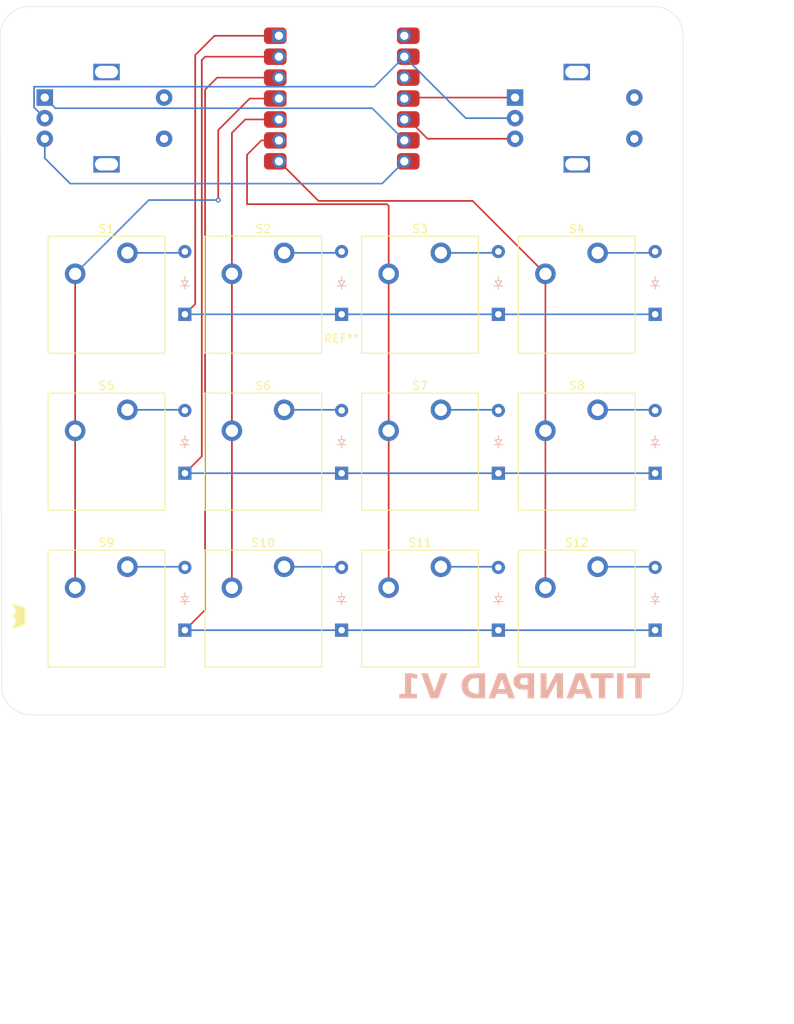
<source format=kicad_pcb>
(kicad_pcb (version 20240108) (generator "pcbnew") (generator_version "8.0")
  (layers (0 "F.Cu" signal) (31 "B.Cu" signal) (34 "B.Paste" user) (35 "F.Paste" user) (36 "B.SilkS" user "B.Silkscreen") (37 "F.SilkS" user "F.Silkscreen") (38 "B.Mask" user) (39 "F.Mask" user) (44 "Edge.Cuts" user))
  (net 0 "")
  (net 1 "Net-(D1-A)")
  (net 2 "Row 0")
  (net 3 "Net-(D2-A)")
  (net 4 "Net-(D3-A)")
  (net 5 "Net-(D4-A)")
  (net 6 "Net-(D5-A)")
  (net 7 "Row 1")
  (net 8 "Net-(D6-A)")
  (net 9 "Net-(D7-A)")
  (net 10 "Net-(D8-A)")
  (net 11 "Net-(D9-A)")
  (net 12 "Row 2")
  (net 13 "Net-(D10-A)")
  (net 14 "Net-(D11-A)")
  (net 15 "Net-(D12-A)")
  (net 16 "Column 0")
  (net 17 "Column 1")
  (net 18 "Column 2")
  (net 19 "Column 3")
  (net 20 "GND")
  (net 21 "Net-(U1-PA5_A9_D9_MISO)")
  (net 22 "Net-(U1-PA6_A10_D10_MOSI)")
  (net 23 "Net-(U1-PB09_A7_D7_RX)")
  (net 24 "Net-(U1-PA7_A8_D8_SCK)")
  (footprint "ScottoKeebs_MX:MX_PCB_1.00u" (layer "F.Cu") (at 111.91875 90.4875)
    (property "Reference" "S1" (at 0 -8 0) (layer "F.SilkS"))
    (property "Value" "Keyswitch")
    (fp_line (start -7.1 -7.1) (end -7.1 7.1) (stroke (width 0.12)) (layer "F.SilkS"))
    (fp_line (start -7.1 7.1) (end 7.1 7.1) (stroke (width 0.12)) (layer "F.SilkS"))
    (fp_line (start 7.1 -7.1) (end -7.1 -7.1) (stroke (width 0.12)) (layer "F.SilkS"))
    (fp_line (start 7.1 7.1) (end 7.1 -7.1) (stroke (width 0.12)) (layer "F.SilkS"))
    (pad "" np_thru_hole circle (at -5.08 0) (size 1.75 1.75) (drill 1.75) (layers "*.Cu" "*.Mask"))
    (pad "" np_thru_hole circle (at 0 0) (size 4 4) (drill 4) (layers "*.Cu" "*.Mask"))
    (pad "" np_thru_hole circle (at 5.08 0) (size 1.75 1.75) (drill 1.75) (layers "*.Cu" "*.Mask"))
    (pad "1" thru_hole circle (at -3.81 -2.54) (size 2.5 2.5) (drill 1.5) (layers "*.Cu" "*.Mask") (net 16 "Column 0"))
    (pad "2" thru_hole circle (at 2.54 -5.08) (size 2.5 2.5) (drill 1.5) (layers "*.Cu" "*.Mask") (net 1 "Net-(D1-A)"))
  )
  (footprint "ScottoKeebs_MX:MX_PCB_1.00u" (layer "F.Cu") (at 150.01875 109.5375)
    (property "Reference" "S7" (at 0 -8 0) (layer "F.SilkS"))
    (property "Value" "Keyswitch")
    (fp_line (start -7.1 -7.1) (end -7.1 7.1) (stroke (width 0.12)) (layer "F.SilkS"))
    (fp_line (start -7.1 7.1) (end 7.1 7.1) (stroke (width 0.12)) (layer "F.SilkS"))
    (fp_line (start 7.1 -7.1) (end -7.1 -7.1) (stroke (width 0.12)) (layer "F.SilkS"))
    (fp_line (start 7.1 7.1) (end 7.1 -7.1) (stroke (width 0.12)) (layer "F.SilkS"))
    (pad "" np_thru_hole circle (at -5.08 0) (size 1.75 1.75) (drill 1.75) (layers "*.Cu" "*.Mask"))
    (pad "" np_thru_hole circle (at 0 0) (size 4 4) (drill 4) (layers "*.Cu" "*.Mask"))
    (pad "" np_thru_hole circle (at 5.08 0) (size 1.75 1.75) (drill 1.75) (layers "*.Cu" "*.Mask"))
    (pad "1" thru_hole circle (at -3.81 -2.54) (size 2.5 2.5) (drill 1.5) (layers "*.Cu" "*.Mask") (net 18 "Column 2"))
    (pad "2" thru_hole circle (at 2.54 -5.08) (size 2.5 2.5) (drill 1.5) (layers "*.Cu" "*.Mask") (net 9 "Net-(D7-A)"))
  )
  (footprint "ScottoKeebs_MX:MX_PCB_1.00u" (layer "F.Cu") (at 169.06875 128.5875)
    (property "Reference" "S12" (at 0 -8 0) (layer "F.SilkS"))
    (property "Value" "Keyswitch")
    (fp_line (start -7.1 -7.1) (end -7.1 7.1) (stroke (width 0.12)) (layer "F.SilkS"))
    (fp_line (start -7.1 7.1) (end 7.1 7.1) (stroke (width 0.12)) (layer "F.SilkS"))
    (fp_line (start 7.1 -7.1) (end -7.1 -7.1) (stroke (width 0.12)) (layer "F.SilkS"))
    (fp_line (start 7.1 7.1) (end 7.1 -7.1) (stroke (width 0.12)) (layer "F.SilkS"))
    (pad "" np_thru_hole circle (at -5.08 0) (size 1.75 1.75) (drill 1.75) (layers "*.Cu" "*.Mask"))
    (pad "" np_thru_hole circle (at 0 0) (size 4 4) (drill 4) (layers "*.Cu" "*.Mask"))
    (pad "" np_thru_hole circle (at 5.08 0) (size 1.75 1.75) (drill 1.75) (layers "*.Cu" "*.Mask"))
    (pad "1" thru_hole circle (at -3.81 -2.54) (size 2.5 2.5) (drill 1.5) (layers "*.Cu" "*.Mask") (net 19 "Column 3"))
    (pad "2" thru_hole circle (at 2.54 -5.08) (size 2.5 2.5) (drill 1.5) (layers "*.Cu" "*.Mask") (net 15 "Net-(D12-A)"))
  )
  (footprint "ScottoKeebs_Scotto:Encoder_EC11_MX" (layer "F.Cu") (at 169.06875 69.05625)
    (property "Reference" "SW1" (hide yes))
    (property "Value" "RotaryEncoder" (hide yes))
    (pad "A" thru_hole rect (at -7.5 -2.5) (size 2 2) (drill 1) (layers "*.Cu" "*.Mask") (net 22 "Net-(U1-PA6_A10_D10_MOSI)"))
    (pad "B" thru_hole circle (at -7.5 2.5) (size 2 2) (drill 1) (layers "*.Cu" "*.Mask") (net 21 "Net-(U1-PA5_A9_D9_MISO)"))
    (pad "C" thru_hole circle (at -7.5 0) (size 2 2) (drill 1) (layers "*.Cu" "*.Mask") (net 20 "GND"))
    (pad "MP" thru_hole rect (at 0 -5.6) (size 3.2 2) (drill oval 2.8 1.5) (layers "*.Cu" "*.Mask"))
    (pad "MP" thru_hole rect (at 0 5.6) (size 3.2 2) (drill oval 2.8 1.5) (layers "*.Cu" "*.Mask"))
    (pad "S1" thru_hole circle (at 7 2.5) (size 2 2) (drill 1) (layers "*.Cu" "*.Mask"))
    (pad "S2" thru_hole circle (at 7 -2.5) (size 2 2) (drill 1) (layers "*.Cu" "*.Mask"))
  )
  (footprint "ScottoKeebs_MX:MX_PCB_1.00u" (layer "F.Cu") (at 169.06875 109.5375)
    (property "Reference" "S8" (at 0 -8 0) (layer "F.SilkS"))
    (property "Value" "Keyswitch")
    (fp_line (start -7.1 -7.1) (end -7.1 7.1) (stroke (width 0.12)) (layer "F.SilkS"))
    (fp_line (start -7.1 7.1) (end 7.1 7.1) (stroke (width 0.12)) (layer "F.SilkS"))
    (fp_line (start 7.1 -7.1) (end -7.1 -7.1) (stroke (width 0.12)) (layer "F.SilkS"))
    (fp_line (start 7.1 7.1) (end 7.1 -7.1) (stroke (width 0.12)) (layer "F.SilkS"))
    (pad "" np_thru_hole circle (at -5.08 0) (size 1.75 1.75) (drill 1.75) (layers "*.Cu" "*.Mask"))
    (pad "" np_thru_hole circle (at 0 0) (size 4 4) (drill 4) (layers "*.Cu" "*.Mask"))
    (pad "" np_thru_hole circle (at 5.08 0) (size 1.75 1.75) (drill 1.75) (layers "*.Cu" "*.Mask"))
    (pad "1" thru_hole circle (at -3.81 -2.54) (size 2.5 2.5) (drill 1.5) (layers "*.Cu" "*.Mask") (net 19 "Column 3"))
    (pad "2" thru_hole circle (at 2.54 -5.08) (size 2.5 2.5) (drill 1.5) (layers "*.Cu" "*.Mask") (net 10 "Net-(D8-A)"))
  )
  (footprint "ScottoKeebs_MX:MX_PCB_1.00u" (layer "F.Cu") (at 150.01875 128.5875)
    (property "Reference" "S11" (at 0 -8 0) (layer "F.SilkS"))
    (property "Value" "Keyswitch")
    (fp_line (start -7.1 -7.1) (end -7.1 7.1) (stroke (width 0.12)) (layer "F.SilkS"))
    (fp_line (start -7.1 7.1) (end 7.1 7.1) (stroke (width 0.12)) (layer "F.SilkS"))
    (fp_line (start 7.1 -7.1) (end -7.1 -7.1) (stroke (width 0.12)) (layer "F.SilkS"))
    (fp_line (start 7.1 7.1) (end 7.1 -7.1) (stroke (width 0.12)) (layer "F.SilkS"))
    (pad "" np_thru_hole circle (at -5.08 0) (size 1.75 1.75) (drill 1.75) (layers "*.Cu" "*.Mask"))
    (pad "" np_thru_hole circle (at 0 0) (size 4 4) (drill 4) (layers "*.Cu" "*.Mask"))
    (pad "" np_thru_hole circle (at 5.08 0) (size 1.75 1.75) (drill 1.75) (layers "*.Cu" "*.Mask"))
    (pad "1" thru_hole circle (at -3.81 -2.54) (size 2.5 2.5) (drill 1.5) (layers "*.Cu" "*.Mask") (net 18 "Column 2"))
    (pad "2" thru_hole circle (at 2.54 -5.08) (size 2.5 2.5) (drill 1.5) (layers "*.Cu" "*.Mask") (net 14 "Net-(D11-A)"))
  )
  (footprint "ScottoKeebs_MX:MX_PCB_1.00u" (layer "F.Cu") (at 150.01875 90.4875)
    (property "Reference" "S3" (at 0 -8 0) (layer "F.SilkS"))
    (property "Value" "Keyswitch")
    (fp_line (start -7.1 -7.1) (end -7.1 7.1) (stroke (width 0.12)) (layer "F.SilkS"))
    (fp_line (start -7.1 7.1) (end 7.1 7.1) (stroke (width 0.12)) (layer "F.SilkS"))
    (fp_line (start 7.1 -7.1) (end -7.1 -7.1) (stroke (width 0.12)) (layer "F.SilkS"))
    (fp_line (start 7.1 7.1) (end 7.1 -7.1) (stroke (width 0.12)) (layer "F.SilkS"))
    (pad "" np_thru_hole circle (at -5.08 0) (size 1.75 1.75) (drill 1.75) (layers "*.Cu" "*.Mask"))
    (pad "" np_thru_hole circle (at 0 0) (size 4 4) (drill 4) (layers "*.Cu" "*.Mask"))
    (pad "" np_thru_hole circle (at 5.08 0) (size 1.75 1.75) (drill 1.75) (layers "*.Cu" "*.Mask"))
    (pad "1" thru_hole circle (at -3.81 -2.54) (size 2.5 2.5) (drill 1.5) (layers "*.Cu" "*.Mask") (net 18 "Column 2"))
    (pad "2" thru_hole circle (at 2.54 -5.08) (size 2.5 2.5) (drill 1.5) (layers "*.Cu" "*.Mask") (net 4 "Net-(D3-A)"))
  )
  (footprint "ScottoKeebs_MX:MX_PCB_1.00u" (layer "F.Cu") (at 130.96875 90.4875)
    (property "Reference" "S2" (at 0 -8 0) (layer "F.SilkS"))
    (property "Value" "Keyswitch")
    (fp_line (start -7.1 -7.1) (end -7.1 7.1) (stroke (width 0.12)) (layer "F.SilkS"))
    (fp_line (start -7.1 7.1) (end 7.1 7.1) (stroke (width 0.12)) (layer "F.SilkS"))
    (fp_line (start 7.1 -7.1) (end -7.1 -7.1) (stroke (width 0.12)) (layer "F.SilkS"))
    (fp_line (start 7.1 7.1) (end 7.1 -7.1) (stroke (width 0.12)) (layer "F.SilkS"))
    (pad "" np_thru_hole circle (at -5.08 0) (size 1.75 1.75) (drill 1.75) (layers "*.Cu" "*.Mask"))
    (pad "" np_thru_hole circle (at 0 0) (size 4 4) (drill 4) (layers "*.Cu" "*.Mask"))
    (pad "" np_thru_hole circle (at 5.08 0) (size 1.75 1.75) (drill 1.75) (layers "*.Cu" "*.Mask"))
    (pad "1" thru_hole circle (at -3.81 -2.54) (size 2.5 2.5) (drill 1.5) (layers "*.Cu" "*.Mask") (net 17 "Column 1"))
    (pad "2" thru_hole circle (at 2.54 -5.08) (size 2.5 2.5) (drill 1.5) (layers "*.Cu" "*.Mask") (net 3 "Net-(D2-A)"))
  )
  (footprint "MountingHole:MountingHole_3.2mm_M3" (layer "F.Cu") (at 140.5 100)
    (property "Reference" "REF**" (at 0 -4.2 0) (layer "F.SilkS"))
    (property "Value" "MountingHole_3.2mm_M3")
    (pad "" np_thru_hole circle (at 0 0) (size 3.2 3.2) (drill 3.2) (layers "*.Cu" "*.Mask"))
  )
  (footprint "ScottoKeebs_MX:MX_PCB_1.00u" (layer "F.Cu") (at 130.96875 128.5875)
    (property "Reference" "S10" (at 0 -8 0) (layer "F.SilkS"))
    (property "Value" "Keyswitch")
    (fp_line (start -7.1 -7.1) (end -7.1 7.1) (stroke (width 0.12)) (layer "F.SilkS"))
    (fp_line (start -7.1 7.1) (end 7.1 7.1) (stroke (width 0.12)) (layer "F.SilkS"))
    (fp_line (start 7.1 -7.1) (end -7.1 -7.1) (stroke (width 0.12)) (layer "F.SilkS"))
    (fp_line (start 7.1 7.1) (end 7.1 -7.1) (stroke (width 0.12)) (layer "F.SilkS"))
    (pad "" np_thru_hole circle (at -5.08 0) (size 1.75 1.75) (drill 1.75) (layers "*.Cu" "*.Mask"))
    (pad "" np_thru_hole circle (at 0 0) (size 4 4) (drill 4) (layers "*.Cu" "*.Mask"))
    (pad "" np_thru_hole circle (at 5.08 0) (size 1.75 1.75) (drill 1.75) (layers "*.Cu" "*.Mask"))
    (pad "1" thru_hole circle (at -3.81 -2.54) (size 2.5 2.5) (drill 1.5) (layers "*.Cu" "*.Mask") (net 17 "Column 1"))
    (pad "2" thru_hole circle (at 2.54 -5.08) (size 2.5 2.5) (drill 1.5) (layers "*.Cu" "*.Mask") (net 13 "Net-(D10-A)"))
  )
  (footprint "ScottoKeebs_MX:MX_PCB_1.00u" (layer "F.Cu") (at 130.96875 109.5375)
    (property "Reference" "S6" (at 0 -8 0) (layer "F.SilkS"))
    (property "Value" "Keyswitch")
    (fp_line (start -7.1 -7.1) (end -7.1 7.1) (stroke (width 0.12)) (layer "F.SilkS"))
    (fp_line (start -7.1 7.1) (end 7.1 7.1) (stroke (width 0.12)) (layer "F.SilkS"))
    (fp_line (start 7.1 -7.1) (end -7.1 -7.1) (stroke (width 0.12)) (layer "F.SilkS"))
    (fp_line (start 7.1 7.1) (end 7.1 -7.1) (stroke (width 0.12)) (layer "F.SilkS"))
    (pad "" np_thru_hole circle (at -5.08 0) (size 1.75 1.75) (drill 1.75) (layers "*.Cu" "*.Mask"))
    (pad "" np_thru_hole circle (at 0 0) (size 4 4) (drill 4) (layers "*.Cu" "*.Mask"))
    (pad "" np_thru_hole circle (at 5.08 0) (size 1.75 1.75) (drill 1.75) (layers "*.Cu" "*.Mask"))
    (pad "1" thru_hole circle (at -3.81 -2.54) (size 2.5 2.5) (drill 1.5) (layers "*.Cu" "*.Mask") (net 17 "Column 1"))
    (pad "2" thru_hole circle (at 2.54 -5.08) (size 2.5 2.5) (drill 1.5) (layers "*.Cu" "*.Mask") (net 8 "Net-(D6-A)"))
  )
  (footprint "ScottoKeebs_MCU:Seeed_XIAO_RP2040" (layer "F.Cu") (at 140.49375 66.675)
    (property "Reference" "U1" (hide yes))
    (property "Value" "MCU_Seeed_XIAO_RP2040")
    (pad "1" smd roundrect (at -8.065 -7.62) (size 2.75 2) (layers "F.Cu" "F.Paste" "F.Mask") (net 2 "Row 0"))
    (pad "1" thru_hole rect (at -7.62 -7.62 90) (size 1.6 1.6) (drill 1) (layers "*.Cu" "*.Mask") (net 2 "Row 0"))
    (pad "2" smd roundrect (at -8.065 -5.08) (size 2.75 2) (layers "F.Cu" "F.Paste" "F.Mask") (net 7 "Row 1"))
    (pad "2" thru_hole circle (at -7.62 -5.08 90) (size 1.6 1.6) (drill 1) (layers "*.Cu" "*.Mask") (net 7 "Row 1"))
    (pad "3" smd roundrect (at -8.065 -2.54) (size 2.75 2) (layers "F.Cu" "F.Paste" "F.Mask") (net 12 "Row 2"))
    (pad "3" thru_hole circle (at -7.62 -2.54 90) (size 1.6 1.6) (drill 1) (layers "*.Cu" "*.Mask") (net 12 "Row 2"))
    (pad "4" smd roundrect (at -8.065 0) (size 2.75 2) (layers "F.Cu" "F.Paste" "F.Mask") (net 16 "Column 0"))
    (pad "4" thru_hole circle (at -7.62 0 90) (size 1.6 1.6) (drill 1) (layers "*.Cu" "*.Mask") (net 16 "Column 0"))
    (pad "5" smd roundrect (at -8.065 2.54) (size 2.75 2) (layers "F.Cu" "F.Paste" "F.Mask") (net 17 "Column 1"))
    (pad "5" thru_hole circle (at -7.62 2.54 90) (size 1.6 1.6) (drill 1) (layers "*.Cu" "*.Mask") (net 17 "Column 1"))
    (pad "6" smd roundrect (at -8.065 5.08) (size 2.75 2) (layers "F.Cu" "F.Paste" "F.Mask") (net 18 "Column 2"))
    (pad "6" thru_hole circle (at -7.62 5.08 90) (size 1.6 1.6) (drill 1) (layers "*.Cu" "*.Mask") (net 18 "Column 2"))
    (pad "7" smd roundrect (at -8.065 7.62) (size 2.75 2) (layers "F.Cu" "F.Paste" "F.Mask") (net 19 "Column 3"))
    (pad "7" thru_hole circle (at -7.62 7.62 90) (size 1.6 1.6) (drill 1) (layers "*.Cu" "*.Mask") (net 19 "Column 3"))
    (pad "8" thru_hole circle (at 7.62 7.62 90) (size 1.6 1.6) (drill 1) (layers "*.Cu" "*.Mask") (net 23 "Net-(U1-PB09_A7_D7_RX)"))
    (pad "8" smd roundrect (at 8.1 7.62) (size 2.75 2) (layers "F.Cu" "F.Paste" "F.Mask") (net 23 "Net-(U1-PB09_A7_D7_RX)"))
    (pad "9" thru_hole circle (at 7.62 5.08 90) (size 1.6 1.6) (drill 1) (layers "*.Cu" "*.Mask") (net 24 "Net-(U1-PA7_A8_D8_SCK)"))
    (pad "9" smd roundrect (at 8.1 5.08) (size 2.75 2) (layers "F.Cu" "F.Paste" "F.Mask") (net 24 "Net-(U1-PA7_A8_D8_SCK)"))
    (pad "10" thru_hole circle (at 7.62 2.54 90) (size 1.6 1.6) (drill 1) (layers "*.Cu" "*.Mask") (net 21 "Net-(U1-PA5_A9_D9_MISO)"))
    (pad "10" smd roundrect (at 8.1 2.54) (size 2.75 2) (layers "F.Cu" "F.Paste" "F.Mask") (net 21 "Net-(U1-PA5_A9_D9_MISO)"))
    (pad "11" thru_hole circle (at 7.62 0 90) (size 1.6 1.6) (drill 1) (layers "*.Cu" "*.Mask") (net 22 "Net-(U1-PA6_A10_D10_MOSI)"))
    (pad "11" smd roundrect (at 8.1 0) (size 2.75 2) (layers "F.Cu" "F.Paste" "F.Mask") (net 22 "Net-(U1-PA6_A10_D10_MOSI)"))
    (pad "12" thru_hole circle (at 7.62 -2.54 90) (size 1.6 1.6) (drill 1) (layers "*.Cu" "*.Mask"))
    (pad "12" smd roundrect (at 8.1 -2.54) (size 2.75 2) (layers "F.Cu" "F.Paste" "F.Mask"))
    (pad "13" thru_hole circle (at 7.62 -5.08 90) (size 1.6 1.6) (drill 1) (layers "*.Cu" "*.Mask") (net 20 "GND"))
    (pad "13" smd roundrect (at 8.1 -5.08) (size 2.75 2) (layers "F.Cu" "F.Paste" "F.Mask") (net 20 "GND"))
    (pad "14" thru_hole circle (at 7.62 -7.62 90) (size 1.6 1.6) (drill 1) (layers "*.Cu" "*.Mask"))
    (pad "14" smd roundrect (at 8.1 -7.62) (size 2.75 2) (layers "F.Cu" "F.Paste" "F.Mask"))
  )
  (footprint "ScottoKeebs_MX:MX_PCB_1.00u" (layer "F.Cu") (at 169.06875 90.4875)
    (property "Reference" "S4" (at 0 -8 0) (layer "F.SilkS"))
    (property "Value" "Keyswitch")
    (fp_line (start -7.1 -7.1) (end -7.1 7.1) (stroke (width 0.12)) (layer "F.SilkS"))
    (fp_line (start -7.1 7.1) (end 7.1 7.1) (stroke (width 0.12)) (layer "F.SilkS"))
    (fp_line (start 7.1 -7.1) (end -7.1 -7.1) (stroke (width 0.12)) (layer "F.SilkS"))
    (fp_line (start 7.1 7.1) (end 7.1 -7.1) (stroke (width 0.12)) (layer "F.SilkS"))
    (pad "" np_thru_hole circle (at -5.08 0) (size 1.75 1.75) (drill 1.75) (layers "*.Cu" "*.Mask"))
    (pad "" np_thru_hole circle (at 0 0) (size 4 4) (drill 4) (layers "*.Cu" "*.Mask"))
    (pad "" np_thru_hole circle (at 5.08 0) (size 1.75 1.75) (drill 1.75) (layers "*.Cu" "*.Mask"))
    (pad "1" thru_hole circle (at -3.81 -2.54) (size 2.5 2.5) (drill 1.5) (layers "*.Cu" "*.Mask") (net 19 "Column 3"))
    (pad "2" thru_hole circle (at 2.54 -5.08) (size 2.5 2.5) (drill 1.5) (layers "*.Cu" "*.Mask") (net 5 "Net-(D4-A)"))
  )
  (footprint "ScottoKeebs_MX:MX_PCB_1.00u" (layer "F.Cu") (at 111.91875 109.5375)
    (property "Reference" "S5" (at 0 -8 0) (layer "F.SilkS"))
    (property "Value" "Keyswitch")
    (fp_line (start -7.1 -7.1) (end -7.1 7.1) (stroke (width 0.12)) (layer "F.SilkS"))
    (fp_line (start -7.1 7.1) (end 7.1 7.1) (stroke (width 0.12)) (layer "F.SilkS"))
    (fp_line (start 7.1 -7.1) (end -7.1 -7.1) (stroke (width 0.12)) (layer "F.SilkS"))
    (fp_line (start 7.1 7.1) (end 7.1 -7.1) (stroke (width 0.12)) (layer "F.SilkS"))
    (pad "" np_thru_hole circle (at -5.08 0) (size 1.75 1.75) (drill 1.75) (layers "*.Cu" "*.Mask"))
    (pad "" np_thru_hole circle (at 0 0) (size 4 4) (drill 4) (layers "*.Cu" "*.Mask"))
    (pad "" np_thru_hole circle (at 5.08 0) (size 1.75 1.75) (drill 1.75) (layers "*.Cu" "*.Mask"))
    (pad "1" thru_hole circle (at -3.81 -2.54) (size 2.5 2.5) (drill 1.5) (layers "*.Cu" "*.Mask") (net 16 "Column 0"))
    (pad "2" thru_hole circle (at 2.54 -5.08) (size 2.5 2.5) (drill 1.5) (layers "*.Cu" "*.Mask") (net 6 "Net-(D5-A)"))
  )
  (footprint "ScottoKeebs_MX:MX_PCB_1.00u" (layer "F.Cu") (at 111.91875 128.5875)
    (property "Reference" "S9" (at 0 -8 0) (layer "F.SilkS"))
    (property "Value" "Keyswitch")
    (fp_line (start -7.1 -7.1) (end -7.1 7.1) (stroke (width 0.12)) (layer "F.SilkS"))
    (fp_line (start -7.1 7.1) (end 7.1 7.1) (stroke (width 0.12)) (layer "F.SilkS"))
    (fp_line (start 7.1 -7.1) (end -7.1 -7.1) (stroke (width 0.12)) (layer "F.SilkS"))
    (fp_line (start 7.1 7.1) (end 7.1 -7.1) (stroke (width 0.12)) (layer "F.SilkS"))
    (pad "" np_thru_hole circle (at -5.08 0) (size 1.75 1.75) (drill 1.75) (layers "*.Cu" "*.Mask"))
    (pad "" np_thru_hole circle (at 0 0) (size 4 4) (drill 4) (layers "*.Cu" "*.Mask"))
    (pad "" np_thru_hole circle (at 5.08 0) (size 1.75 1.75) (drill 1.75) (layers "*.Cu" "*.Mask"))
    (pad "1" thru_hole circle (at -3.81 -2.54) (size 2.5 2.5) (drill 1.5) (layers "*.Cu" "*.Mask") (net 16 "Column 0"))
    (pad "2" thru_hole circle (at 2.54 -5.08) (size 2.5 2.5) (drill 1.5) (layers "*.Cu" "*.Mask") (net 11 "Net-(D9-A)"))
  )
  (footprint "ScottoKeebs_Scotto:Encoder_EC11_MX" (layer "F.Cu") (at 111.91875 69.05625)
    (property "Reference" "SW2" (hide yes))
    (property "Value" "RotaryEncoder" (hide yes))
    (pad "A" thru_hole rect (at -7.5 -2.5) (size 2 2) (drill 1) (layers "*.Cu" "*.Mask") (net 24 "Net-(U1-PA7_A8_D8_SCK)"))
    (pad "B" thru_hole circle (at -7.5 2.5) (size 2 2) (drill 1) (layers "*.Cu" "*.Mask") (net 23 "Net-(U1-PB09_A7_D7_RX)"))
    (pad "C" thru_hole circle (at -7.5 0) (size 2 2) (drill 1) (layers "*.Cu" "*.Mask") (net 20 "GND"))
    (pad "MP" thru_hole rect (at 0 -5.6) (size 3.2 2) (drill oval 2.8 1.5) (layers "*.Cu" "*.Mask"))
    (pad "MP" thru_hole rect (at 0 5.6) (size 3.2 2) (drill oval 2.8 1.5) (layers "*.Cu" "*.Mask"))
    (pad "S1" thru_hole circle (at 7 2.5) (size 2 2) (drill 1) (layers "*.Cu" "*.Mask"))
    (pad "S2" thru_hole circle (at 7 -2.5) (size 2 2) (drill 1) (layers "*.Cu" "*.Mask"))
  )
  (footprint "ScottoKeebs_Components:Diode_DO-35" (layer "B.Cu") (at 159.54375 112.156875 90)
    (property "Reference" "D7" (hide yes))
    (property "Value" "Diode" (hide yes))
    (fp_line (start 3.46 -0.55) (end 3.46 0.55) (stroke (width 0.1)) (layer "B.SilkS"))
    (fp_line (start 4.06 -0.4) (end 4.06 0.4) (stroke (width 0.1)) (layer "B.SilkS"))
    (fp_line (start 4.56 0) (end 4.06 0) (stroke (width 0.1)) (layer "B.SilkS"))
    (fp_line (start 3.46 0) (end 4.06 -0.4) (stroke (width 0.1)) (layer "B.SilkS"))
    (fp_line (start 3.46 0) (end 3.06 0) (stroke (width 0.1)) (layer "B.SilkS"))
    (fp_line (start 4.06 0.4) (end 3.46 0) (stroke (width 0.1)) (layer "B.SilkS"))
    (pad "1" thru_hole rect (at 0 0 90) (size 1.6 1.6) (drill 0.8) (layers "*.Cu" "*.Mask") (net 7 "Row 1"))
    (pad "2" thru_hole oval (at 7.62 0 90) (size 1.6 1.6) (drill 0.8) (layers "*.Cu" "*.Mask") (net 9 "Net-(D7-A)"))
  )
  (footprint "ScottoKeebs_Components:Diode_DO-35" (layer "B.Cu") (at 121.44375 92.86875 90)
    (property "Reference" "D1" (hide yes))
    (property "Value" "Diode" (hide yes))
    (fp_line (start 3.46 -0.55) (end 3.46 0.55) (stroke (width 0.1)) (layer "B.SilkS"))
    (fp_line (start 4.06 -0.4) (end 4.06 0.4) (stroke (width 0.1)) (layer "B.SilkS"))
    (fp_line (start 4.56 0) (end 4.06 0) (stroke (width 0.1)) (layer "B.SilkS"))
    (fp_line (start 3.46 0) (end 4.06 -0.4) (stroke (width 0.1)) (layer "B.SilkS"))
    (fp_line (start 3.46 0) (end 3.06 0) (stroke (width 0.1)) (layer "B.SilkS"))
    (fp_line (start 4.06 0.4) (end 3.46 0) (stroke (width 0.1)) (layer "B.SilkS"))
    (pad "1" thru_hole rect (at 0 0 90) (size 1.6 1.6) (drill 0.8) (layers "*.Cu" "*.Mask") (net 2 "Row 0"))
    (pad "2" thru_hole oval (at 7.62 0 90) (size 1.6 1.6) (drill 0.8) (layers "*.Cu" "*.Mask") (net 1 "Net-(D1-A)"))
  )
  (footprint "ScottoKeebs_Components:Diode_DO-35" (layer "B.Cu") (at 159.54375 131.206875 90)
    (property "Reference" "D11" (hide yes))
    (property "Value" "Diode" (hide yes))
    (fp_line (start 3.46 -0.55) (end 3.46 0.55) (stroke (width 0.1)) (layer "B.SilkS"))
    (fp_line (start 4.06 -0.4) (end 4.06 0.4) (stroke (width 0.1)) (layer "B.SilkS"))
    (fp_line (start 4.56 0) (end 4.06 0) (stroke (width 0.1)) (layer "B.SilkS"))
    (fp_line (start 3.46 0) (end 4.06 -0.4) (stroke (width 0.1)) (layer "B.SilkS"))
    (fp_line (start 3.46 0) (end 3.06 0) (stroke (width 0.1)) (layer "B.SilkS"))
    (fp_line (start 4.06 0.4) (end 3.46 0) (stroke (width 0.1)) (layer "B.SilkS"))
    (pad "1" thru_hole rect (at 0 0 90) (size 1.6 1.6) (drill 0.8) (layers "*.Cu" "*.Mask") (net 12 "Row 2"))
    (pad "2" thru_hole oval (at 7.62 0 90) (size 1.6 1.6) (drill 0.8) (layers "*.Cu" "*.Mask") (net 14 "Net-(D11-A)"))
  )
  (footprint "ScottoKeebs_Components:Diode_DO-35" (layer "B.Cu") (at 159.54375 92.86875 90)
    (property "Reference" "D3" (hide yes))
    (property "Value" "Diode" (hide yes))
    (fp_line (start 3.46 -0.55) (end 3.46 0.55) (stroke (width 0.1)) (layer "B.SilkS"))
    (fp_line (start 4.06 -0.4) (end 4.06 0.4) (stroke (width 0.1)) (layer "B.SilkS"))
    (fp_line (start 4.56 0) (end 4.06 0) (stroke (width 0.1)) (layer "B.SilkS"))
    (fp_line (start 3.46 0) (end 4.06 -0.4) (stroke (width 0.1)) (layer "B.SilkS"))
    (fp_line (start 3.46 0) (end 3.06 0) (stroke (width 0.1)) (layer "B.SilkS"))
    (fp_line (start 4.06 0.4) (end 3.46 0) (stroke (width 0.1)) (layer "B.SilkS"))
    (pad "1" thru_hole rect (at 0 0 90) (size 1.6 1.6) (drill 0.8) (layers "*.Cu" "*.Mask") (net 2 "Row 0"))
    (pad "2" thru_hole oval (at 7.62 0 90) (size 1.6 1.6) (drill 0.8) (layers "*.Cu" "*.Mask") (net 4 "Net-(D3-A)"))
  )
  (footprint "ScottoKeebs_Components:Diode_DO-35" (layer "B.Cu") (at 178.59375 92.86875 90)
    (property "Reference" "D4" (hide yes))
    (property "Value" "Diode" (hide yes))
    (fp_line (start 3.46 -0.55) (end 3.46 0.55) (stroke (width 0.1)) (layer "B.SilkS"))
    (fp_line (start 4.06 -0.4) (end 4.06 0.4) (stroke (width 0.1)) (layer "B.SilkS"))
    (fp_line (start 4.56 0) (end 4.06 0) (stroke (width 0.1)) (layer "B.SilkS"))
    (fp_line (start 3.46 0) (end 4.06 -0.4) (stroke (width 0.1)) (layer "B.SilkS"))
    (fp_line (start 3.46 0) (end 3.06 0) (stroke (width 0.1)) (layer "B.SilkS"))
    (fp_line (start 4.06 0.4) (end 3.46 0) (stroke (width 0.1)) (layer "B.SilkS"))
    (pad "1" thru_hole rect (at 0 0 90) (size 1.6 1.6) (drill 0.8) (layers "*.Cu" "*.Mask") (net 2 "Row 0"))
    (pad "2" thru_hole oval (at 7.62 0 90) (size 1.6 1.6) (drill 0.8) (layers "*.Cu" "*.Mask") (net 5 "Net-(D4-A)"))
  )
  (footprint "ScottoKeebs_Components:Diode_DO-35" (layer "B.Cu") (at 140.49375 112.156875 90)
    (property "Reference" "D6" (hide yes))
    (property "Value" "Diode" (hide yes))
    (fp_line (start 3.46 -0.55) (end 3.46 0.55) (stroke (width 0.1)) (layer "B.SilkS"))
    (fp_line (start 4.06 -0.4) (end 4.06 0.4) (stroke (width 0.1)) (layer "B.SilkS"))
    (fp_line (start 4.56 0) (end 4.06 0) (stroke (width 0.1)) (layer "B.SilkS"))
    (fp_line (start 3.46 0) (end 4.06 -0.4) (stroke (width 0.1)) (layer "B.SilkS"))
    (fp_line (start 3.46 0) (end 3.06 0) (stroke (width 0.1)) (layer "B.SilkS"))
    (fp_line (start 4.06 0.4) (end 3.46 0) (stroke (width 0.1)) (layer "B.SilkS"))
    (pad "1" thru_hole rect (at 0 0 90) (size 1.6 1.6) (drill 0.8) (layers "*.Cu" "*.Mask") (net 7 "Row 1"))
    (pad "2" thru_hole oval (at 7.62 0 90) (size 1.6 1.6) (drill 0.8) (layers "*.Cu" "*.Mask") (net 8 "Net-(D6-A)"))
  )
  (footprint "ScottoKeebs_Components:Diode_DO-35" (layer "B.Cu") (at 178.59375 112.156875 90)
    (property "Reference" "D8" (hide yes))
    (property "Value" "Diode" (hide yes))
    (fp_line (start 3.46 -0.55) (end 3.46 0.55) (stroke (width 0.1)) (layer "B.SilkS"))
    (fp_line (start 4.06 -0.4) (end 4.06 0.4) (stroke (width 0.1)) (layer "B.SilkS"))
    (fp_line (start 4.56 0) (end 4.06 0) (stroke (width 0.1)) (layer "B.SilkS"))
    (fp_line (start 3.46 0) (end 4.06 -0.4) (stroke (width 0.1)) (layer "B.SilkS"))
    (fp_line (start 3.46 0) (end 3.06 0) (stroke (width 0.1)) (layer "B.SilkS"))
    (fp_line (start 4.06 0.4) (end 3.46 0) (stroke (width 0.1)) (layer "B.SilkS"))
    (pad "1" thru_hole rect (at 0 0 90) (size 1.6 1.6) (drill 0.8) (layers "*.Cu" "*.Mask") (net 7 "Row 1"))
    (pad "2" thru_hole oval (at 7.62 0 90) (size 1.6 1.6) (drill 0.8) (layers "*.Cu" "*.Mask") (net 10 "Net-(D8-A)"))
  )
  (footprint "ScottoKeebs_Components:Diode_DO-35" (layer "B.Cu") (at 140.49375 92.86875 90)
    (property "Reference" "D2" (hide yes))
    (property "Value" "Diode" (hide yes))
    (fp_line (start 3.46 -0.55) (end 3.46 0.55) (stroke (width 0.1)) (layer "B.SilkS"))
    (fp_line (start 4.06 -0.4) (end 4.06 0.4) (stroke (width 0.1)) (layer "B.SilkS"))
    (fp_line (start 4.56 0) (end 4.06 0) (stroke (width 0.1)) (layer "B.SilkS"))
    (fp_line (start 3.46 0) (end 4.06 -0.4) (stroke (width 0.1)) (layer "B.SilkS"))
    (fp_line (start 3.46 0) (end 3.06 0) (stroke (width 0.1)) (layer "B.SilkS"))
    (fp_line (start 4.06 0.4) (end 3.46 0) (stroke (width 0.1)) (layer "B.SilkS"))
    (pad "1" thru_hole rect (at 0 0 90) (size 1.6 1.6) (drill 0.8) (layers "*.Cu" "*.Mask") (net 2 "Row 0"))
    (pad "2" thru_hole oval (at 7.62 0 90) (size 1.6 1.6) (drill 0.8) (layers "*.Cu" "*.Mask") (net 3 "Net-(D2-A)"))
  )
  (footprint "ScottoKeebs_Components:Diode_DO-35" (layer "B.Cu") (at 121.44375 131.206875 90)
    (property "Reference" "D9" (hide yes))
    (property "Value" "Diode" (hide yes))
    (fp_line (start 3.46 -0.55) (end 3.46 0.55) (stroke (width 0.1)) (layer "B.SilkS"))
    (fp_line (start 4.06 -0.4) (end 4.06 0.4) (stroke (width 0.1)) (layer "B.SilkS"))
    (fp_line (start 4.56 0) (end 4.06 0) (stroke (width 0.1)) (layer "B.SilkS"))
    (fp_line (start 3.46 0) (end 4.06 -0.4) (stroke (width 0.1)) (layer "B.SilkS"))
    (fp_line (start 3.46 0) (end 3.06 0) (stroke (width 0.1)) (layer "B.SilkS"))
    (fp_line (start 4.06 0.4) (end 3.46 0) (stroke (width 0.1)) (layer "B.SilkS"))
    (pad "1" thru_hole rect (at 0 0 90) (size 1.6 1.6) (drill 0.8) (layers "*.Cu" "*.Mask") (net 12 "Row 2"))
    (pad "2" thru_hole oval (at 7.62 0 90) (size 1.6 1.6) (drill 0.8) (layers "*.Cu" "*.Mask") (net 11 "Net-(D9-A)"))
  )
  (footprint "ScottoKeebs_Components:Diode_DO-35" (layer "B.Cu") (at 121.44375 112.156875 90)
    (property "Reference" "D5" (hide yes))
    (property "Value" "Diode" (hide yes))
    (fp_line (start 3.46 -0.55) (end 3.46 0.55) (stroke (width 0.1)) (layer "B.SilkS"))
    (fp_line (start 4.06 -0.4) (end 4.06 0.4) (stroke (width 0.1)) (layer "B.SilkS"))
    (fp_line (start 4.56 0) (end 4.06 0) (stroke (width 0.1)) (layer "B.SilkS"))
    (fp_line (start 3.46 0) (end 4.06 -0.4) (stroke (width 0.1)) (layer "B.SilkS"))
    (fp_line (start 3.46 0) (end 3.06 0) (stroke (width 0.1)) (layer "B.SilkS"))
    (fp_line (start 4.06 0.4) (end 3.46 0) (stroke (width 0.1)) (layer "B.SilkS"))
    (pad "1" thru_hole rect (at 0 0 90) (size 1.6 1.6) (drill 0.8) (layers "*.Cu" "*.Mask") (net 7 "Row 1"))
    (pad "2" thru_hole oval (at 7.62 0 90) (size 1.6 1.6) (drill 0.8) (layers "*.Cu" "*.Mask") (net 6 "Net-(D5-A)"))
  )
  (footprint "ScottoKeebs_Components:Diode_DO-35" (layer "B.Cu") (at 178.59375 131.206875 90)
    (property "Reference" "D12" (hide yes))
    (property "Value" "Diode" (hide yes))
    (fp_line (start 3.46 -0.55) (end 3.46 0.55) (stroke (width 0.1)) (layer "B.SilkS"))
    (fp_line (start 4.06 -0.4) (end 4.06 0.4) (stroke (width 0.1)) (layer "B.SilkS"))
    (fp_line (start 4.56 0) (end 4.06 0) (stroke (width 0.1)) (layer "B.SilkS"))
    (fp_line (start 3.46 0) (end 4.06 -0.4) (stroke (width 0.1)) (layer "B.SilkS"))
    (fp_line (start 3.46 0) (end 3.06 0) (stroke (width 0.1)) (layer "B.SilkS"))
    (fp_line (start 4.06 0.4) (end 3.46 0) (stroke (width 0.1)) (layer "B.SilkS"))
    (pad "1" thru_hole rect (at 0 0 90) (size 1.6 1.6) (drill 0.8) (layers "*.Cu" "*.Mask") (net 12 "Row 2"))
    (pad "2" thru_hole oval (at 7.62 0 90) (size 1.6 1.6) (drill 0.8) (layers "*.Cu" "*.Mask") (net 15 "Net-(D12-A)"))
  )
  (footprint "ScottoKeebs_Components:Diode_DO-35" (layer "B.Cu") (at 140.49375 131.206875 90)
    (property "Reference" "D10" (hide yes))
    (property "Value" "Diode" (hide yes))
    (fp_line (start 3.46 -0.55) (end 3.46 0.55) (stroke (width 0.1)) (layer "B.SilkS"))
    (fp_line (start 4.06 -0.4) (end 4.06 0.4) (stroke (width 0.1)) (layer "B.SilkS"))
    (fp_line (start 4.56 0) (end 4.06 0) (stroke (width 0.1)) (layer "B.SilkS"))
    (fp_line (start 3.46 0) (end 4.06 -0.4) (stroke (width 0.1)) (layer "B.SilkS"))
    (fp_line (start 3.46 0) (end 3.06 0) (stroke (width 0.1)) (layer "B.SilkS"))
    (fp_line (start 4.06 0.4) (end 3.46 0) (stroke (width 0.1)) (layer "B.SilkS"))
    (pad "1" thru_hole rect (at 0 0 90) (size 1.6 1.6) (drill 0.8) (layers "*.Cu" "*.Mask") (net 12 "Row 2"))
    (pad "2" thru_hole oval (at 7.62 0 90) (size 1.6 1.6) (drill 0.8) (layers "*.Cu" "*.Mask") (net 13 "Net-(D10-A)"))
  )
  (gr_poly (pts (xy 102 128.5) (xy 102 130.5) (xy 100.5 131) (xy 101 130) (xy 100.5 129.5) (xy 101 129) (xy 100.5 128)) (stroke (width 0.1)) (fill solid) (layer "F.SilkS"))
  (gr_arc (start 178.428125 55.5) (mid 180.953812 56.546197) (end 182 59.071888) (stroke (width 0.05)) (layer "Edge.Cuts"))
  (gr_line (start 102.571875 55.5) (end 178.428125 55.5) (stroke (width 0.05)) (layer "Edge.Cuts"))
  (gr_arc (start 102.75 141.5) (mid 100.224335 140.453804) (end 99.178125 137.928125) (stroke (width 0.05)) (layer "Edge.Cuts"))
  (gr_line (start 178.428125 141.5) (end 102.75 141.5) (stroke (width 0.05)) (layer "Edge.Cuts"))
  (gr_line (start 182 59.071888) (end 181.99995 137.928125) (stroke (width 0.05)) (layer "Edge.Cuts"))
  (gr_arc (start 99 59.071875) (mid 100.046178 56.546178) (end 102.571875 55.5) (stroke (width 0.05)) (layer "Edge.Cuts"))
  (gr_arc (start 181.99995 137.928125) (mid 180.95379 140.453804) (end 178.428125 141.5) (stroke (width 0.05)) (layer "Edge.Cuts"))
  (gr_line (start 99.178125 137.928125) (end 99 59.071875) (stroke (width 0.05)) (layer "Edge.Cuts"))
  (gr_text "TITANPAD V1" (at 178 140 0) (layer "B.SilkS") (effects (font (size 3 3) (thickness 0.3) (bold yes)) (justify left bottom mirror)))
  (segment (start 121.285 85.4075) (end 121.44375 85.24875) (width 0.2) (layer "B.Cu") (net 1))
  (segment (start 114.45875 85.4075) (end 121.285 85.4075) (width 0.2) (layer "B.Cu") (net 1))
  (segment (start 122.7 91.6125) (end 122.7 61.4) (width 0.2) (layer "F.Cu") (net 2))
  (segment (start 125.045 59.055) (end 132.87375 59.055) (width 0.2) (layer "F.Cu") (net 2))
  (segment (start 122.7 61.4) (end 125.045 59.055) (width 0.2) (layer "F.Cu") (net 2))
  (segment (start 121.44375 92.86875) (end 122.7 91.6125) (width 0.2) (layer "F.Cu") (net 2))
  (segment (start 121.44375 92.86875) (end 178.59375 92.86875) (width 0.2) (layer "B.Cu") (net 2))
  (segment (start 140.335 85.4075) (end 140.49375 85.24875) (width 0.2) (layer "B.Cu") (net 3))
  (segment (start 133.50875 85.4075) (end 140.335 85.4075) (width 0.2) (layer "B.Cu") (net 3))
  (segment (start 159.385 85.4075) (end 159.54375 85.24875) (width 0.2) (layer "B.Cu") (net 4))
  (segment (start 152.55875 85.4075) (end 159.385 85.4075) (width 0.2) (layer "B.Cu") (net 4))
  (segment (start 178.435 85.4075) (end 178.59375 85.24875) (width 0.2) (layer "B.Cu") (net 5))
  (segment (start 171.60875 85.4075) (end 178.435 85.4075) (width 0.2) (layer "B.Cu") (net 5))
  (segment (start 121.364375 104.4575) (end 121.44375 104.536875) (width 0.2) (layer "B.Cu") (net 6))
  (segment (start 114.45875 104.4575) (end 121.364375 104.4575) (width 0.2) (layer "B.Cu") (net 6))
  (segment (start 123.905 61.595) (end 132.87375 61.595) (width 0.2) (layer "F.Cu") (net 7))
  (segment (start 123.5 110.100625) (end 123.5 62) (width 0.2) (layer "F.Cu") (net 7))
  (segment (start 121.44375 112.156875) (end 123.5 110.100625) (width 0.2) (layer "F.Cu") (net 7))
  (segment (start 123.5 62) (end 123.905 61.595) (width 0.2) (layer "F.Cu") (net 7))
  (segment (start 121.44375 112.156875) (end 178.59375 112.156875) (width 0.2) (layer "B.Cu") (net 7))
  (segment (start 140.414375 104.4575) (end 140.49375 104.536875) (width 0.2) (layer "B.Cu") (net 8))
  (segment (start 133.50875 104.4575) (end 140.414375 104.4575) (width 0.2) (layer "B.Cu") (net 8))
  (segment (start 152.55875 104.4575) (end 159.464375 104.4575) (width 0.2) (layer "B.Cu") (net 9))
  (segment (start 159.464375 104.4575) (end 159.54375 104.536875) (width 0.2) (layer "B.Cu") (net 9))
  (segment (start 178.514375 104.4575) (end 178.59375 104.536875) (width 0.2) (layer "B.Cu") (net 10))
  (segment (start 171.60875 104.4575) (end 178.514375 104.4575) (width 0.2) (layer "B.Cu") (net 10))
  (segment (start 121.364375 123.5075) (end 121.44375 123.586875) (width 0.2) (layer "B.Cu") (net 11))
  (segment (start 114.45875 123.5075) (end 121.364375 123.5075) (width 0.2) (layer "B.Cu") (net 11))
  (segment (start 123.9 128.750625) (end 123.9 65.6) (width 0.2) (layer "F.Cu") (net 12))
  (segment (start 125.365 64.135) (end 132.42875 64.135) (width 0.2) (layer "F.Cu") (net 12))
  (segment (start 121.44375 131.206875) (end 123.9 128.750625) (width 0.2) (layer "F.Cu") (net 12))
  (segment (start 123.9 65.6) (end 125.365 64.135) (width 0.2) (layer "F.Cu") (net 12))
  (segment (start 121.44375 131.206875) (end 178.59375 131.206875) (width 0.2) (layer "B.Cu") (net 12))
  (segment (start 140.414375 123.5075) (end 140.49375 123.586875) (width 0.2) (layer "B.Cu") (net 13))
  (segment (start 133.50875 123.5075) (end 140.414375 123.5075) (width 0.2) (layer "B.Cu") (net 13))
  (segment (start 152.55875 123.5075) (end 159.464375 123.5075) (width 0.2) (layer "B.Cu") (net 14))
  (segment (start 159.464375 123.5075) (end 159.54375 123.586875) (width 0.2) (layer "B.Cu") (net 14))
  (segment (start 171.60875 123.5075) (end 178.514375 123.5075) (width 0.2) (layer "B.Cu") (net 15))
  (segment (start 178.514375 123.5075) (end 178.59375 123.586875) (width 0.2) (layer "B.Cu") (net 15))
  (segment (start 129.325 66.675) (end 132.87375 66.675) (width 0.2) (layer "F.Cu") (net 16))
  (segment (start 125.5 70.5) (end 129.325 66.675) (width 0.2) (layer "F.Cu") (net 16))
  (segment (start 125.5 79) (end 125.5 70.5) (width 0.2) (layer "F.Cu") (net 16))
  (segment (start 108.10875 87.9475) (end 108.10875 126.0475) (width 0.2) (layer "F.Cu") (net 16))
  (via (at 125.5 79) (size 0.6) (drill 0.3) (layers "F.Cu" "B.Cu") (net 16))
  (segment (start 117.05625 79) (end 125.5 79) (width 0.2) (layer "B.Cu") (net 16))
  (segment (start 108.10875 87.9475) (end 117.05625 79) (width 0.2) (layer "B.Cu") (net 16))
  (segment (start 127.15875 70.84125) (end 128.785 69.215) (width 0.2) (layer "F.Cu") (net 17))
  (segment (start 127.15875 87.9475) (end 127.15875 126.0475) (width 0.2) (layer "F.Cu") (net 17))
  (segment (start 128.785 69.215) (end 132.87375 69.215) (width 0.2) (layer "F.Cu") (net 17))
  (segment (start 127.15875 87.9475) (end 127.15875 70.84125) (width 0.2) (layer "F.Cu") (net 17))
  (segment (start 146.20875 87.9475) (end 146.20875 79.70875) (width 0.2) (layer "F.Cu") (net 18))
  (segment (start 146.20875 79.70875) (end 146 79.5) (width 0.2) (layer "F.Cu") (net 18))
  (segment (start 129 73.5) (end 130.745 71.755) (width 0.2) (layer "F.Cu") (net 18))
  (segment (start 130.745 71.755) (end 132.42875 71.755) (width 0.2) (layer "F.Cu") (net 18))
  (segment (start 129 79.5) (end 129 73.5) (width 0.2) (layer "F.Cu") (net 18))
  (segment (start 146 79.5) (end 129 79.5) (width 0.2) (layer "F.Cu") (net 18))
  (segment (start 146.20875 87.9475) (end 146.20875 126.0475) (width 0.2) (layer "F.Cu") (net 18))
  (segment (start 165.25875 87.9475) (end 156.41125 79.1) (width 0.2) (layer "F.Cu") (net 19))
  (segment (start 165.25875 87.9475) (end 165.25875 126.0475) (width 0.2) (layer "F.Cu") (net 19))
  (segment (start 137.67875 79.1) (end 132.87375 74.295) (width 0.2) (layer "F.Cu") (net 19))
  (segment (start 156.41125 79.1) (end 137.67875 79.1) (width 0.2) (layer "F.Cu") (net 19))
  (segment (start 103.11875 65.25625) (end 103.14 65.235) (width 0.2) (layer "B.Cu") (net 20))
  (segment (start 103.14 65.235) (end 144.47375 65.235) (width 0.2) (layer "B.Cu") (net 20))
  (segment (start 161.56875 69.05625) (end 155.575 69.05625) (width 0.2) (layer "B.Cu") (net 20))
  (segment (start 155.575 69.05625) (end 148.11375 61.595) (width 0.2) (layer "B.Cu") (net 20))
  (segment (start 104.41875 69.05625) (end 103.11875 67.75625) (width 0.2) (layer "B.Cu") (net 20))
  (segment (start 103.11875 67.75625) (end 103.11875 65.25625) (width 0.2) (layer "B.Cu") (net 20))
  (segment (start 144.47375 65.235) (end 148.11375 61.595) (width 0.2) (layer "B.Cu") (net 20))
  (segment (start 150.935 71.55625) (end 148.59375 69.215) (width 0.2) (layer "F.Cu") (net 21))
  (segment (start 161.56875 71.55625) (end 150.935 71.55625) (width 0.2) (layer "F.Cu") (net 21))
  (segment (start 148.7125 66.55625) (end 148.59375 66.675) (width 0.2) (layer "F.Cu") (net 22))
  (segment (start 161.56875 66.55625) (end 148.7125 66.55625) (width 0.2) (layer "F.Cu") (net 22))
  (segment (start 104.41875 73.91875) (end 107.5 77) (width 0.2) (layer "B.Cu") (net 23))
  (segment (start 107.5 77) (end 145.40875 77) (width 0.2) (layer "B.Cu") (net 23))
  (segment (start 104.41875 71.55625) (end 104.41875 73.91875) (width 0.2) (layer "B.Cu") (net 23))
  (segment (start 145.40875 77) (end 148.11375 74.295) (width 0.2) (layer "B.Cu") (net 23))
  (segment (start 104.41875 66.55625) (end 105.71875 67.85625) (width 0.2) (layer "B.Cu") (net 24))
  (segment (start 144.215 67.85625) (end 148.11375 71.755) (width 0.2) (layer "B.Cu") (net 24))
  (segment (start 105.71875 67.85625) (end 144.215 67.85625) (width 0.2) (layer "B.Cu") (net 24))
)
</source>
